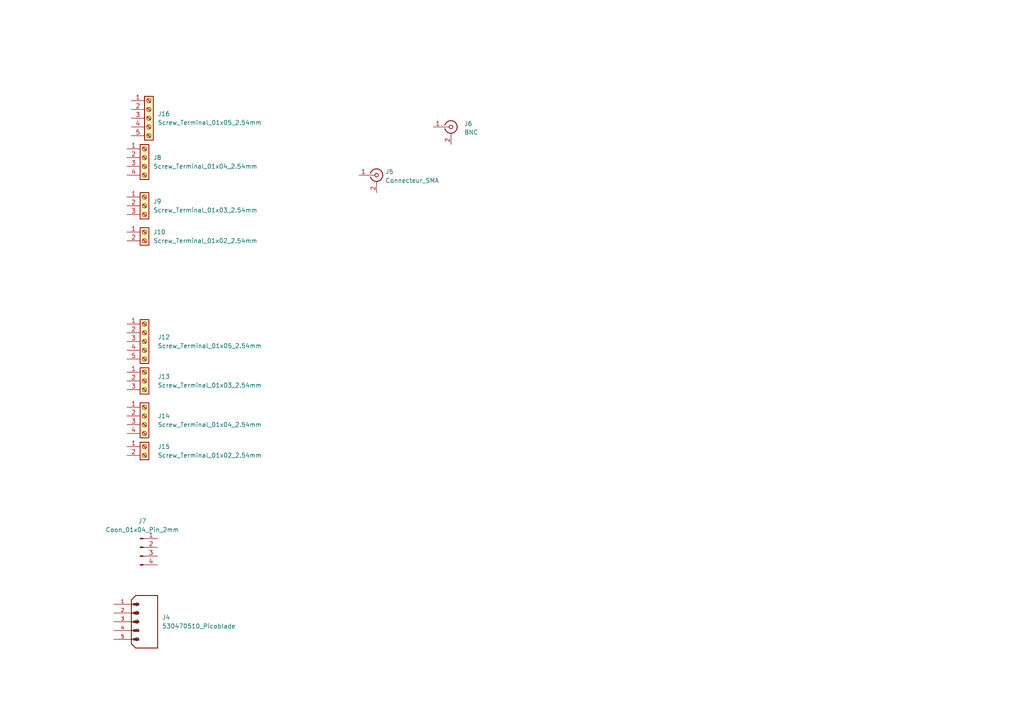
<source format=kicad_sch>
(kicad_sch (version 20231120) (generator "eeschema") (generator_version "8.0")
  (paper "A4")
  (lib_symbols
    (symbol "CREPP_Connectors_2mm:Conn_01x04_Pin_JST" (pin_names (offset 1.016) hide)
      (property "Reference" "J" (at 0 5.08 0))
      (property "Value" "Coon_01x04_Pin_2mm" (at 0 -7.62 0))
      (symbol "Conn_01x04_Pin_JST_1_1"
        (polyline (pts (xy 1.27 -5.08) (xy 0.8636 -5.08)) (stroke (width 0.1524)))
        (polyline (pts (xy 1.27 -2.54) (xy 0.8636 -2.54)) (stroke (width 0.1524)))
        (polyline (pts (xy 1.27 0) (xy 0.8636 0)) (stroke (width 0.1524)))
        (polyline (pts (xy 1.27 2.54) (xy 0.8636 2.54)) (stroke (width 0.1524)))
        (rectangle (start 0.8636 -4.953) (end 0 -5.207) (stroke (width 0.1524)) (fill (type outline)))
        (rectangle (start 0.8636 -2.413) (end 0 -2.667) (stroke (width 0.1524)) (fill (type outline)))
        (rectangle (start 0.8636 0.127) (end 0 -0.127) (stroke (width 0.1524)) (fill (type outline)))
        (rectangle (start 0.8636 2.667) (end 0 2.413) (stroke (width 0.1524)) (fill (type outline)))
        (pin passive line (at 5.08 2.54 180) (length 3.81) (name "Pin_1") (number "1"))
        (pin passive line (at 5.08 0 180) (length 3.81) (name "Pin_2") (number "2"))
        (pin passive line (at 5.08 -2.54 180) (length 3.81) (name "Pin_3") (number "3"))
        (pin passive line (at 5.08 -5.08 180) (length 3.81) (name "Pin_4") (number "4"))
      )
    )
    (symbol "CREPP_Connectors_BNC:BNC" (pin_names (offset 1.016) hide)
      (property "Reference" "J" (at 0.254 3.048 0))
      (property "Value" "BNC" (at 2.921 0 90))
      (symbol "BNC_0_1"
        (arc (start -1.778 -0.508) (mid 0.2311 -1.8066) (end 1.778 0) (stroke (width 0.254)))
        (polyline (pts (xy -2.54 0) (xy -0.508 0)))
        (polyline (pts (xy 0 -2.54) (xy 0 -1.778)))
        (circle (center 0 0) (radius 0.508) (stroke (width 0.2032)))
        (arc (start 1.778 0) (mid 0.2099 1.8101) (end -1.778 0.508) (stroke (width 0.254)))
      )
      (symbol "BNC_1_1"
        (pin passive line (at -5.08 0 0) (length 2.54) (name "In") (number "1"))
        (pin passive line (at 0 -5.08 90) (length 2.54) (name "Ext") (number "2"))
      )
    )
    (symbol "CREPP_Connectors_PicoBlade:530470510_Picoblade" (pin_names (offset 1.016))
      (property "Reference" "J" (at 0 8.89 0))
      (property "Value" "530470510_Picoblade" (at 0 -10.16 0))
      (symbol "530470510_Picoblade_0_0"
        (polyline (pts (xy 0 -6.35) (xy 1.27 -7.62)) (stroke (width 0.254)))
        (polyline (pts (xy 0 -5.08) (xy 1.905 -5.08)) (stroke (width 0.254)))
        (polyline (pts (xy 0 -2.54) (xy 1.905 -2.54)) (stroke (width 0.254)))
        (polyline (pts (xy 0 0) (xy 1.905 0)) (stroke (width 0.254)))
        (polyline (pts (xy 0 2.54) (xy 1.905 2.54)) (stroke (width 0.254)))
        (polyline (pts (xy 0 5.08) (xy 1.905 5.08)) (stroke (width 0.254)))
        (polyline (pts (xy 0 6.35) (xy 0 -6.35)) (stroke (width 0.254)))
        (polyline (pts (xy 0 6.35) (xy 1.27 7.62)) (stroke (width 0.254)))
        (polyline (pts (xy 1.27 -7.62) (xy 7.62 -7.62)) (stroke (width 0.254)))
        (polyline (pts (xy 7.62 -7.62) (xy 7.62 7.62)) (stroke (width 0.254)))
        (polyline (pts (xy 7.62 7.62) (xy 1.27 7.62)) (stroke (width 0.254)))
        (rectangle (start 0.635 -5.3975) (end 2.2225 -4.7625) (stroke (width 0.1)) (fill (type outline)))
        (rectangle (start 0.635 -2.8575) (end 2.2225 -2.2225) (stroke (width 0.1)) (fill (type outline)))
        (rectangle (start 0.635 -0.3175) (end 2.2225 0.3175) (stroke (width 0.1)) (fill (type outline)))
        (rectangle (start 0.635 2.2225) (end 2.2225 2.8575) (stroke (width 0.1)) (fill (type outline)))
        (rectangle (start 0.635 4.7625) (end 2.2225 5.3975) (stroke (width 0.1)) (fill (type outline)))
        (pin passive line (at -5.08 5.08 0) (length 5.08) (name "1") (number "1"))
        (pin passive line (at -5.08 2.54 0) (length 5.08) (name "2") (number "2"))
        (pin passive line (at -5.08 0 0) (length 5.08) (name "3") (number "3"))
        (pin passive line (at -5.08 -2.54 0) (length 5.08) (name "4") (number "4"))
        (pin passive line (at -5.08 -5.08 0) (length 5.08) (name "5") (number "5"))
      )
    )
    (symbol "CREPP_Connectors_SMA:Connecteur_SMA" (pin_names (offset 1.016) hide)
      (property "Reference" "J" (at 0.254 3.048 0))
      (property "Value" "Connecteur_SMA" (at 2.921 0 90))
      (symbol "Connecteur_SMA_0_1"
        (arc (start -1.778 -0.508) (mid 0.2311 -1.8066) (end 1.778 0) (stroke (width 0.254)))
        (polyline (pts (xy -2.54 0) (xy -0.508 0)))
        (polyline (pts (xy 0 -2.54) (xy 0 -1.778)))
        (circle (center 0 0) (radius 0.508) (stroke (width 0.2032)))
        (arc (start 1.778 0) (mid 0.2099 1.8101) (end -1.778 0.508) (stroke (width 0.254)))
      )
      (symbol "Connecteur_SMA_1_1"
        (pin passive line (at -5.08 0 0) (length 2.54) (name "In") (number "1"))
        (pin passive line (at 0 -5.08 90) (length 2.54) (name "Ext") (number "2"))
      )
    )
    (symbol "CREPP_Screw_Terminal:Screw_Terminal_01x02_2.54mm" (pin_names (offset 1.016) hide)
      (property "Reference" "J" (at 0 2.54 0))
      (property "Value" "Screw_Terminal_01x02_2.54mm" (at 0 -5.08 0))
      (symbol "Screw_Terminal_01x02_2.54mm_1_1"
        (rectangle (start -1.27 1.27) (end 1.27 -3.81) (stroke (width 0.254)) (fill (type background)))
        (circle (center 0 -2.54) (radius 0.635) (stroke (width 0.1524)))
        (polyline (pts (xy -0.5334 -2.2098) (xy 0.3302 -3.048)) (stroke (width 0.1524)))
        (polyline (pts (xy -0.5334 0.3302) (xy 0.3302 -0.508)) (stroke (width 0.1524)))
        (polyline (pts (xy -0.3556 -2.032) (xy 0.508 -2.8702)) (stroke (width 0.1524)))
        (polyline (pts (xy -0.3556 0.508) (xy 0.508 -0.3302)) (stroke (width 0.1524)))
        (circle (center 0 0) (radius 0.635) (stroke (width 0.1524)))
        (pin passive line (at -5.08 0 0) (length 3.81) (name "Pin_1") (number "1"))
        (pin passive line (at -5.08 -2.54 0) (length 3.81) (name "Pin_2") (number "2"))
      )
    )
    (symbol "CREPP_Screw_Terminal:Screw_Terminal_01x02_5.08mm" (pin_names (offset 1.016) hide)
      (property "Reference" "J" (at 0 2.54 0))
      (property "Value" "Screw_Terminal_01x02_2.54mm" (at 0 -5.08 0))
      (symbol "Screw_Terminal_01x02_5.08mm_1_1"
        (rectangle (start -1.27 1.27) (end 1.27 -3.81) (stroke (width 0.254)) (fill (type background)))
        (circle (center 0 -2.54) (radius 0.635) (stroke (width 0.1524)))
        (polyline (pts (xy -0.5334 -2.2098) (xy 0.3302 -3.048)) (stroke (width 0.1524)))
        (polyline (pts (xy -0.5334 0.3302) (xy 0.3302 -0.508)) (stroke (width 0.1524)))
        (polyline (pts (xy -0.3556 -2.032) (xy 0.508 -2.8702)) (stroke (width 0.1524)))
        (polyline (pts (xy -0.3556 0.508) (xy 0.508 -0.3302)) (stroke (width 0.1524)))
        (circle (center 0 0) (radius 0.635) (stroke (width 0.1524)))
        (pin passive line (at -5.08 0 0) (length 3.81) (name "Pin_1") (number "1"))
        (pin passive line (at -5.08 -2.54 0) (length 3.81) (name "Pin_2") (number "2"))
      )
    )
    (symbol "CREPP_Screw_Terminal:Screw_Terminal_01x03_2.54mm" (pin_names (offset 1.016) hide)
      (property "Reference" "J" (at 0 5.08 0))
      (property "Value" "Screw_Terminal_01x03_2.54mm" (at 0 -5.08 0))
      (symbol "Screw_Terminal_01x03_2.54mm_1_1"
        (rectangle (start -1.27 3.81) (end 1.27 -3.81) (stroke (width 0.254)) (fill (type background)))
        (circle (center 0 -2.54) (radius 0.635) (stroke (width 0.1524)))
        (polyline (pts (xy -0.5334 -2.2098) (xy 0.3302 -3.048)) (stroke (width 0.1524)))
        (polyline (pts (xy -0.5334 0.3302) (xy 0.3302 -0.508)) (stroke (width 0.1524)))
        (polyline (pts (xy -0.5334 2.8702) (xy 0.3302 2.032)) (stroke (width 0.1524)))
        (polyline (pts (xy -0.3556 -2.032) (xy 0.508 -2.8702)) (stroke (width 0.1524)))
        (polyline (pts (xy -0.3556 0.508) (xy 0.508 -0.3302)) (stroke (width 0.1524)))
        (polyline (pts (xy -0.3556 3.048) (xy 0.508 2.2098)) (stroke (width 0.1524)))
        (circle (center 0 0) (radius 0.635) (stroke (width 0.1524)))
        (circle (center 0 2.54) (radius 0.635) (stroke (width 0.1524)))
        (pin passive line (at -5.08 2.54 0) (length 3.81) (name "Pin_1") (number "1"))
        (pin passive line (at -5.08 0 0) (length 3.81) (name "Pin_2") (number "2"))
        (pin passive line (at -5.08 -2.54 0) (length 3.81) (name "Pin_3") (number "3"))
      )
    )
    (symbol "CREPP_Screw_Terminal:Screw_Terminal_01x03_5.08mm" (pin_names (offset 1.016) hide)
      (property "Reference" "J" (at 0 5.08 0))
      (property "Value" "Screw_Terminal_01x03_2.54mm" (at 0 -5.08 0))
      (symbol "Screw_Terminal_01x03_5.08mm_1_1"
        (rectangle (start -1.27 3.81) (end 1.27 -3.81) (stroke (width 0.254)) (fill (type background)))
        (circle (center 0 -2.54) (radius 0.635) (stroke (width 0.1524)))
        (polyline (pts (xy -0.5334 -2.2098) (xy 0.3302 -3.048)) (stroke (width 0.1524)))
        (polyline (pts (xy -0.5334 0.3302) (xy 0.3302 -0.508)) (stroke (width 0.1524)))
        (polyline (pts (xy -0.5334 2.8702) (xy 0.3302 2.032)) (stroke (width 0.1524)))
        (polyline (pts (xy -0.3556 -2.032) (xy 0.508 -2.8702)) (stroke (width 0.1524)))
        (polyline (pts (xy -0.3556 0.508) (xy 0.508 -0.3302)) (stroke (width 0.1524)))
        (polyline (pts (xy -0.3556 3.048) (xy 0.508 2.2098)) (stroke (width 0.1524)))
        (circle (center 0 0) (radius 0.635) (stroke (width 0.1524)))
        (circle (center 0 2.54) (radius 0.635) (stroke (width 0.1524)))
        (pin passive line (at -5.08 2.54 0) (length 3.81) (name "Pin_1") (number "1"))
        (pin passive line (at -5.08 0 0) (length 3.81) (name "Pin_2") (number "2"))
        (pin passive line (at -5.08 -2.54 0) (length 3.81) (name "Pin_3") (number "3"))
      )
    )
    (symbol "CREPP_Screw_Terminal:Screw_Terminal_01x04_2.54mm" (pin_names (offset 1.016) hide)
      (property "Reference" "J" (at 0 5.08 0))
      (property "Value" "Screw_Terminal_01x04_2.54mm" (at 0 -7.62 0))
      (symbol "Screw_Terminal_01x04_2.54mm_1_1"
        (rectangle (start -1.27 3.81) (end 1.27 -6.35) (stroke (width 0.254)) (fill (type background)))
        (circle (center 0 -5.08) (radius 0.635) (stroke (width 0.1524)))
        (circle (center 0 -2.54) (radius 0.635) (stroke (width 0.1524)))
        (polyline (pts (xy -0.5334 -4.7498) (xy 0.3302 -5.588)) (stroke (width 0.1524)))
        (polyline (pts (xy -0.5334 -2.2098) (xy 0.3302 -3.048)) (stroke (width 0.1524)))
        (polyline (pts (xy -0.5334 0.3302) (xy 0.3302 -0.508)) (stroke (width 0.1524)))
        (polyline (pts (xy -0.5334 2.8702) (xy 0.3302 2.032)) (stroke (width 0.1524)))
        (polyline (pts (xy -0.3556 -4.572) (xy 0.508 -5.4102)) (stroke (width 0.1524)))
        (polyline (pts (xy -0.3556 -2.032) (xy 0.508 -2.8702)) (stroke (width 0.1524)))
        (polyline (pts (xy -0.3556 0.508) (xy 0.508 -0.3302)) (stroke (width 0.1524)))
        (polyline (pts (xy -0.3556 3.048) (xy 0.508 2.2098)) (stroke (width 0.1524)))
        (circle (center 0 0) (radius 0.635) (stroke (width 0.1524)))
        (circle (center 0 2.54) (radius 0.635) (stroke (width 0.1524)))
        (pin passive line (at -5.08 2.54 0) (length 3.81) (name "Pin_1") (number "1"))
        (pin passive line (at -5.08 0 0) (length 3.81) (name "Pin_2") (number "2"))
        (pin passive line (at -5.08 -2.54 0) (length 3.81) (name "Pin_3") (number "3"))
        (pin passive line (at -5.08 -5.08 0) (length 3.81) (name "Pin_4") (number "4"))
      )
    )
    (symbol "CREPP_Screw_Terminal:Screw_Terminal_01x04_5.08mm" (pin_names (offset 1.016) hide)
      (property "Reference" "J" (at 0 5.08 0))
      (property "Value" "Screw_Terminal_01x04_2.54mm" (at 0 -7.62 0))
      (symbol "Screw_Terminal_01x04_5.08mm_1_1"
        (rectangle (start -1.27 3.81) (end 1.27 -6.35) (stroke (width 0.254)) (fill (type background)))
        (circle (center 0 -5.08) (radius 0.635) (stroke (width 0.1524)))
        (circle (center 0 -2.54) (radius 0.635) (stroke (width 0.1524)))
        (polyline (pts (xy -0.5334 -4.7498) (xy 0.3302 -5.588)) (stroke (width 0.1524)))
        (polyline (pts (xy -0.5334 -2.2098) (xy 0.3302 -3.048)) (stroke (width 0.1524)))
        (polyline (pts (xy -0.5334 0.3302) (xy 0.3302 -0.508)) (stroke (width 0.1524)))
        (polyline (pts (xy -0.5334 2.8702) (xy 0.3302 2.032)) (stroke (width 0.1524)))
        (polyline (pts (xy -0.3556 -4.572) (xy 0.508 -5.4102)) (stroke (width 0.1524)))
        (polyline (pts (xy -0.3556 -2.032) (xy 0.508 -2.8702)) (stroke (width 0.1524)))
        (polyline (pts (xy -0.3556 0.508) (xy 0.508 -0.3302)) (stroke (width 0.1524)))
        (polyline (pts (xy -0.3556 3.048) (xy 0.508 2.2098)) (stroke (width 0.1524)))
        (circle (center 0 0) (radius 0.635) (stroke (width 0.1524)))
        (circle (center 0 2.54) (radius 0.635) (stroke (width 0.1524)))
        (pin passive line (at -5.08 2.54 0) (length 3.81) (name "Pin_1") (number "1"))
        (pin passive line (at -5.08 0 0) (length 3.81) (name "Pin_2") (number "2"))
        (pin passive line (at -5.08 -2.54 0) (length 3.81) (name "Pin_3") (number "3"))
        (pin passive line (at -5.08 -5.08 0) (length 3.81) (name "Pin_4") (number "4"))
      )
    )
    (symbol "CREPP_Screw_Terminal:Screw_Terminal_01x05_2.54mm" (pin_names (offset 1.016) hide)
      (property "Reference" "J" (at 0 7.62 0))
      (property "Value" "Screw_Terminal_01x05_2.54mm" (at 0 -7.62 0))
      (symbol "Screw_Terminal_01x05_2.54mm_1_1"
        (rectangle (start -1.27 6.35) (end 1.27 -6.35) (stroke (width 0.254)) (fill (type background)))
        (circle (center 0 -5.08) (radius 0.635) (stroke (width 0.1524)))
        (circle (center 0 -2.54) (radius 0.635) (stroke (width 0.1524)))
        (polyline (pts (xy -0.5334 -4.7498) (xy 0.3302 -5.588)) (stroke (width 0.1524)))
        (polyline (pts (xy -0.5334 -2.2098) (xy 0.3302 -3.048)) (stroke (width 0.1524)))
        (polyline (pts (xy -0.5334 0.3302) (xy 0.3302 -0.508)) (stroke (width 0.1524)))
        (polyline (pts (xy -0.5334 2.8702) (xy 0.3302 2.032)) (stroke (width 0.1524)))
        (polyline (pts (xy -0.5334 5.4102) (xy 0.3302 4.572)) (stroke (width 0.1524)))
        (polyline (pts (xy -0.3556 -4.572) (xy 0.508 -5.4102)) (stroke (width 0.1524)))
        (polyline (pts (xy -0.3556 -2.032) (xy 0.508 -2.8702)) (stroke (width 0.1524)))
        (polyline (pts (xy -0.3556 0.508) (xy 0.508 -0.3302)) (stroke (width 0.1524)))
        (polyline (pts (xy -0.3556 3.048) (xy 0.508 2.2098)) (stroke (width 0.1524)))
        (polyline (pts (xy -0.3556 5.588) (xy 0.508 4.7498)) (stroke (width 0.1524)))
        (circle (center 0 0) (radius 0.635) (stroke (width 0.1524)))
        (circle (center 0 2.54) (radius 0.635) (stroke (width 0.1524)))
        (circle (center 0 5.08) (radius 0.635) (stroke (width 0.1524)))
        (pin passive line (at -5.08 5.08 0) (length 3.81) (name "Pin_1") (number "1"))
        (pin passive line (at -5.08 2.54 0) (length 3.81) (name "Pin_2") (number "2"))
        (pin passive line (at -5.08 0 0) (length 3.81) (name "Pin_3") (number "3"))
        (pin passive line (at -5.08 -2.54 0) (length 3.81) (name "Pin_4") (number "4"))
        (pin passive line (at -5.08 -5.08 0) (length 3.81) (name "Pin_5") (number "5"))
      )
    )
    (symbol "CREPP_Screw_Terminal:Screw_Terminal_01x05_5.08mm" (pin_names (offset 1.016) hide)
      (property "Reference" "J" (at 0 7.62 0))
      (property "Value" "Screw_Terminal_01x05_2.54mm" (at 0 -7.62 0))
      (symbol "Screw_Terminal_01x05_5.08mm_1_1"
        (rectangle (start -1.27 6.35) (end 1.27 -6.35) (stroke (width 0.254)) (fill (type background)))
        (circle (center 0 -5.08) (radius 0.635) (stroke (width 0.1524)))
        (circle (center 0 -2.54) (radius 0.635) (stroke (width 0.1524)))
        (polyline (pts (xy -0.5334 -4.7498) (xy 0.3302 -5.588)) (stroke (width 0.1524)))
        (polyline (pts (xy -0.5334 -2.2098) (xy 0.3302 -3.048)) (stroke (width 0.1524)))
        (polyline (pts (xy -0.5334 0.3302) (xy 0.3302 -0.508)) (stroke (width 0.1524)))
        (polyline (pts (xy -0.5334 2.8702) (xy 0.3302 2.032)) (stroke (width 0.1524)))
        (polyline (pts (xy -0.5334 5.4102) (xy 0.3302 4.572)) (stroke (width 0.1524)))
        (polyline (pts (xy -0.3556 -4.572) (xy 0.508 -5.4102)) (stroke (width 0.1524)))
        (polyline (pts (xy -0.3556 -2.032) (xy 0.508 -2.8702)) (stroke (width 0.1524)))
        (polyline (pts (xy -0.3556 0.508) (xy 0.508 -0.3302)) (stroke (width 0.1524)))
        (polyline (pts (xy -0.3556 3.048) (xy 0.508 2.2098)) (stroke (width 0.1524)))
        (polyline (pts (xy -0.3556 5.588) (xy 0.508 4.7498)) (stroke (width 0.1524)))
        (circle (center 0 0) (radius 0.635) (stroke (width 0.1524)))
        (circle (center 0 2.54) (radius 0.635) (stroke (width 0.1524)))
        (circle (center 0 5.08) (radius 0.635) (stroke (width 0.1524)))
        (pin passive line (at -5.08 5.08 0) (length 3.81) (name "Pin_1") (number "1"))
        (pin passive line (at -5.08 2.54 0) (length 3.81) (name "Pin_2") (number "2"))
        (pin passive line (at -5.08 0 0) (length 3.81) (name "Pin_3") (number "3"))
        (pin passive line (at -5.08 -2.54 0) (length 3.81) (name "Pin_4") (number "4"))
        (pin passive line (at -5.08 -5.08 0) (length 3.81) (name "Pin_5") (number "5"))
      )
    )
  )
  (symbol (lib_id "CREPP_Screw_Terminal:Screw_Terminal_01x05_5.08mm") (at 43.18 34.29 0) (unit 1)
    (property "Reference" "J16" (at 45.72 33.0199 0) (effects (justify left)))
    (property "Value" "Screw_Terminal_01x05_2.54mm" (at 45.72 35.5599 0) (effects (justify left)))
    (property "Footprint" "TerminalBlock_Phoenix:TerminalBlock_Phoenix_MKDS-1,5-5-5.08_1x05_P5.08mm_Horizontal" (effects (hide yes)))
    (property "Description" "Generic screw terminal, single row, 01x05, script generated (kicad-library-utils/schlib/autogen/connector/)" (effects (hide yes)))
  )
  (symbol (lib_id "CREPP_Screw_Terminal:Screw_Terminal_01x04_2.54mm") (at 41.91 120.65 0) (unit 1)
    (property "Reference" "J14" (at 45.72 120.6499 0) (effects (justify left)))
    (property "Value" "Screw_Terminal_01x04_2.54mm" (at 45.72 123.1899 0) (effects (justify left)))
    (property "Footprint" "TerminalBlock_Phoenix:TerminalBlock_Phoenix_MPT-0,5-4-2.54_1x04_P2.54mm_Horizontal" (effects (hide yes)))
    (property "Description" "Generic screw terminal, single row, 01x04, script generated (kicad-library-utils/schlib/autogen/connector/)" (effects (hide yes)))
  )
  (symbol (lib_id "CREPP_Screw_Terminal:Screw_Terminal_01x02_5.08mm") (at 41.91 67.31 0) (unit 1)
    (property "Reference" "J10" (at 44.45 67.3099 0) (effects (justify left)))
    (property "Value" "Screw_Terminal_01x02_2.54mm" (at 44.45 69.8499 0) (effects (justify left)))
    (property "Footprint" "TerminalBlock_Phoenix:TerminalBlock_Phoenix_MKDS-1,5-2-5.08_1x02_P5.08mm_Horizontal" (effects (hide yes)))
    (property "Description" "Generic screw terminal, single row, 01x02, script generated (kicad-library-utils/schlib/autogen/connector/)" (effects (hide yes)))
  )
  (symbol (lib_id "CREPP_Connectors_SMA:Connecteur_SMA") (at 109.22 50.8 0) (unit 1)
    (property "Reference" "J5" (at 111.76 49.8231 0) (effects (justify left)))
    (property "Value" "Connecteur_SMA" (at 111.76 52.3631 0) (effects (justify left)))
    (property "Footprint" "CREPP_SMA:SMA_Amphenol_132289_EdgeMount" (effects (hide yes)))
    (property "Description" "coaxial connector (BNC, SMA, SMB, SMC, Cinch/RCA, LEMO, ...)" (effects (hide yes)))
  )
  (symbol (lib_id "CREPP_Connectors_BNC:BNC") (at 130.81 36.83 0) (unit 1)
    (property "Reference" "J6" (at 134.62 35.8531 0) (effects (justify left)))
    (property "Value" "BNC" (at 134.62 38.3931 0) (effects (justify left)))
    (property "Footprint" "CREPP_BNC:BNC_Amphenol_B6252HB-NPP3G-50_Horizontal" (effects (hide yes)))
    (property "Description" "coaxial connector (BNC, SMA, SMB, SMC, Cinch/RCA, LEMO, ...)" (effects (hide yes)))
  )
  (symbol (lib_id "CREPP_Connectors_PicoBlade:530470510_Picoblade") (at 38.1 180.34 0) (unit 1)
    (property "Reference" "J4" (at 46.99 179.0699 0) (effects (justify left)))
    (property "Value" "530470510_Picoblade" (at 46.99 181.6099 0) (effects (justify left)))
    (property "Footprint" "CREPP_Connector_Picoblade:MOLEX_530470510" (effects (hide yes)))
    (property "PARTREV" "A" (effects (hide yes)))
    (property "STANDARD" "Manufacturer Recommendations" (effects (hide yes)))
    (property "MAXIMUM_PACKAGE_HEIGHT" "4.2 mm" (effects (hide yes)))
    (property "MANUFACTURER" "Molex" (effects (hide yes)))
  )
  (symbol (lib_id "CREPP_Screw_Terminal:Screw_Terminal_01x02_2.54mm") (at 41.91 129.54 0) (unit 1)
    (property "Reference" "J15" (at 45.72 129.5399 0) (effects (justify left)))
    (property "Value" "Screw_Terminal_01x02_2.54mm" (at 45.72 132.0799 0) (effects (justify left)))
    (property "Footprint" "TerminalBlock_Phoenix:TerminalBlock_Phoenix_MPT-0,5-2-2.54_1x02_P2.54mm_Horizontal" (effects (hide yes)))
    (property "Description" "Generic screw terminal, single row, 01x02, script generated (kicad-library-utils/schlib/autogen/connector/)" (effects (hide yes)))
  )
  (symbol (lib_id "CREPP_Screw_Terminal:Screw_Terminal_01x05_2.54mm") (at 41.91 99.06 0) (unit 1)
    (property "Reference" "J12" (at 45.72 97.7899 0) (effects (justify left)))
    (property "Value" "Screw_Terminal_01x05_2.54mm" (at 45.72 100.3299 0) (effects (justify left)))
    (property "Footprint" "TerminalBlock_Phoenix:TerminalBlock_Phoenix_MPT-0,5-5-2.54_1x05_P2.54mm_Horizontal" (effects (hide yes)))
    (property "Description" "Generic screw terminal, single row, 01x05, script generated (kicad-library-utils/schlib/autogen/connector/)" (effects (hide yes)))
  )
  (symbol (lib_id "CREPP_Connectors_2mm:Conn_01x04_Pin_JST") (at 40.64 158.75 0) (unit 1)
    (property "Reference" "J7" (at 41.275 151.13 0))
    (property "Value" "Coon_01x04_Pin_2mm" (at 41.275 153.67 0))
    (property "Footprint" "Connector_JST:JST_PH_B4B-PH-K_1x04_P2.00mm_Vertical" (effects (hide yes)))
    (property "Description" "Generic connector, single row, 01x04, script generated" (effects (hide yes)))
  )
  (symbol (lib_id "CREPP_Screw_Terminal:Screw_Terminal_01x03_2.54mm") (at 41.91 110.49 0) (unit 1)
    (property "Reference" "J13" (at 45.72 109.2199 0) (effects (justify left)))
    (property "Value" "Screw_Terminal_01x03_2.54mm" (at 45.72 111.7599 0) (effects (justify left)))
    (property "Footprint" "TerminalBlock_Phoenix:TerminalBlock_Phoenix_MPT-0,5-3-2.54_1x03_P2.54mm_Horizontal" (effects (hide yes)))
    (property "Description" "Generic screw terminal, single row, 01x03, script generated (kicad-library-utils/schlib/autogen/connector/)" (effects (hide yes)))
  )
  (symbol (lib_id "CREPP_Screw_Terminal:Screw_Terminal_01x04_5.08mm") (at 41.91 45.72 0) (unit 1)
    (property "Reference" "J8" (at 44.45 45.7199 0) (effects (justify left)))
    (property "Value" "Screw_Terminal_01x04_2.54mm" (at 44.45 48.2599 0) (effects (justify left)))
    (property "Footprint" "TerminalBlock_Phoenix:TerminalBlock_Phoenix_MKDS-1,5-4-5.08_1x04_P5.08mm_Horizontal" (effects (hide yes)))
    (property "Description" "Generic screw terminal, single row, 01x04, script generated (kicad-library-utils/schlib/autogen/connector/)" (effects (hide yes)))
  )
  (symbol (lib_id "CREPP_Screw_Terminal:Screw_Terminal_01x03_5.08mm") (at 41.91 59.69 0) (unit 1)
    (property "Reference" "J9" (at 44.45 58.4199 0) (effects (justify left)))
    (property "Value" "Screw_Terminal_01x03_2.54mm" (at 44.45 60.9599 0) (effects (justify left)))
    (property "Footprint" "TerminalBlock_Phoenix:TerminalBlock_Phoenix_MKDS-1,5-3-5.08_1x03_P5.08mm_Horizontal" (effects (hide yes)))
    (property "Description" "Generic screw terminal, single row, 01x03, script generated (kicad-library-utils/schlib/autogen/connector/)" (effects (hide yes)))
  )
)
</source>
